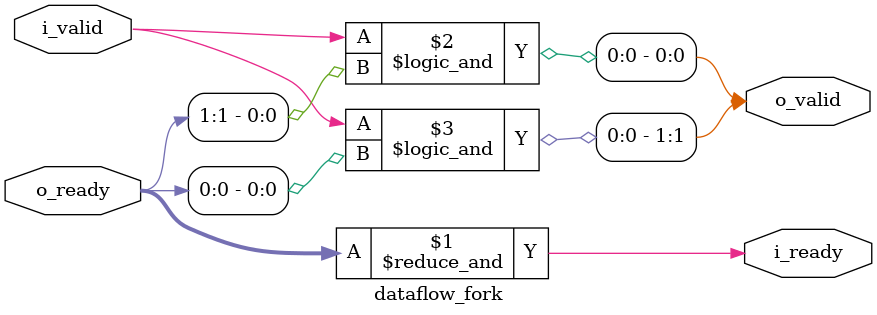
<source format=v>
`default_nettype none


module dataflow_fork(
    input wire i_valid,
    output wire i_ready,
    output wire [1:0] o_valid,
    input wire [1:0] o_ready);

    assign i_ready = &o_ready;
    assign o_valid = { i_valid && o_ready[0], i_valid && o_ready[1] };

endmodule

</source>
